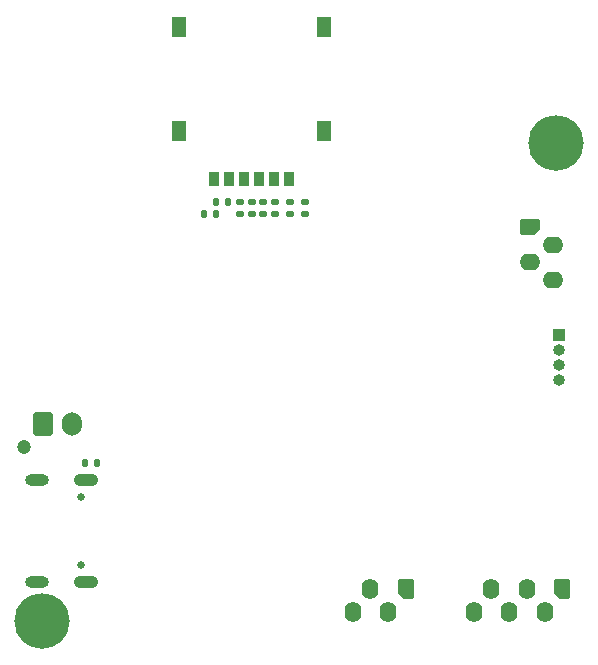
<source format=gbr>
%TF.GenerationSoftware,KiCad,Pcbnew,6.0.11+dfsg-1*%
%TF.CreationDate,2023-11-18T19:22:11+05:30*%
%TF.ProjectId,c3rl-at-cr-beta-2,6333726c-2d61-4742-9d63-722d62657461,rev?*%
%TF.SameCoordinates,Original*%
%TF.FileFunction,Soldermask,Bot*%
%TF.FilePolarity,Negative*%
%FSLAX46Y46*%
G04 Gerber Fmt 4.6, Leading zero omitted, Abs format (unit mm)*
G04 Created by KiCad (PCBNEW 6.0.11+dfsg-1) date 2023-11-18 19:22:11*
%MOMM*%
%LPD*%
G01*
G04 APERTURE LIST*
G04 Aperture macros list*
%AMRoundRect*
0 Rectangle with rounded corners*
0 $1 Rounding radius*
0 $2 $3 $4 $5 $6 $7 $8 $9 X,Y pos of 4 corners*
0 Add a 4 corners polygon primitive as box body*
4,1,4,$2,$3,$4,$5,$6,$7,$8,$9,$2,$3,0*
0 Add four circle primitives for the rounded corners*
1,1,$1+$1,$2,$3*
1,1,$1+$1,$4,$5*
1,1,$1+$1,$6,$7*
1,1,$1+$1,$8,$9*
0 Add four rect primitives between the rounded corners*
20,1,$1+$1,$2,$3,$4,$5,0*
20,1,$1+$1,$4,$5,$6,$7,0*
20,1,$1+$1,$6,$7,$8,$9,0*
20,1,$1+$1,$8,$9,$2,$3,0*%
%AMFreePoly0*
4,1,22,0.145671,0.855970,0.226777,0.801777,0.626777,0.401777,0.680970,0.320671,0.700000,0.225000,0.700000,-0.625000,0.680970,-0.720671,0.626777,-0.801777,0.545671,-0.855970,0.450000,-0.875000,-0.450000,-0.875000,-0.545671,-0.855970,-0.626777,-0.801777,-0.680970,-0.720671,-0.700000,-0.625000,-0.700000,0.625000,-0.680970,0.720671,-0.626777,0.801777,-0.545671,0.855970,-0.450000,0.875000,
0.050000,0.875000,0.145671,0.855970,0.145671,0.855970,$1*%
G04 Aperture macros list end*
%ADD10FreePoly0,270.000000*%
%ADD11O,1.750000X1.400000*%
%ADD12C,4.700000*%
%ADD13FreePoly0,180.000000*%
%ADD14O,1.400000X1.750000*%
%ADD15C,0.650000*%
%ADD16O,2.100000X1.050000*%
%ADD17O,2.000000X1.000000*%
%ADD18R,1.000000X1.000000*%
%ADD19O,1.000000X1.000000*%
%ADD20C,1.200000*%
%ADD21RoundRect,0.250000X-0.600000X-0.750000X0.600000X-0.750000X0.600000X0.750000X-0.600000X0.750000X0*%
%ADD22O,1.700000X2.000000*%
%ADD23RoundRect,0.140000X-0.140000X-0.170000X0.140000X-0.170000X0.140000X0.170000X-0.140000X0.170000X0*%
%ADD24RoundRect,0.140000X-0.170000X0.140000X-0.170000X-0.140000X0.170000X-0.140000X0.170000X0.140000X0*%
%ADD25RoundRect,0.140000X0.140000X0.170000X-0.140000X0.170000X-0.140000X-0.170000X0.140000X-0.170000X0*%
%ADD26RoundRect,0.135000X0.185000X-0.135000X0.185000X0.135000X-0.185000X0.135000X-0.185000X-0.135000X0*%
%ADD27R,0.900000X1.200000*%
%ADD28R,1.300000X1.800000*%
%ADD29RoundRect,0.135000X0.135000X0.185000X-0.135000X0.185000X-0.135000X-0.185000X0.135000X-0.185000X0*%
%ADD30RoundRect,0.135000X-0.185000X0.135000X-0.185000X-0.135000X0.185000X-0.135000X0.185000X0.135000X0*%
G04 APERTURE END LIST*
D10*
%TO.C,J5*%
X95550000Y-92100000D03*
D11*
X97550000Y-93600000D03*
X95550000Y-95100000D03*
X97550000Y-96600000D03*
%TD*%
D12*
%TO.C,REF\u002A\u002A*%
X54250000Y-125500000D03*
%TD*%
D13*
%TO.C,J10*%
X85050000Y-122725000D03*
D14*
X83550000Y-124725000D03*
X82050000Y-122725000D03*
X80550000Y-124725000D03*
%TD*%
D12*
%TO.C,REF\u002A\u002A*%
X97750000Y-85000000D03*
%TD*%
D15*
%TO.C,J1*%
X57515000Y-114947500D03*
X57515000Y-120727500D03*
D16*
X58015000Y-113517500D03*
D17*
X53835000Y-113517500D03*
X53835000Y-122157500D03*
D16*
X58015000Y-122157500D03*
%TD*%
D13*
%TO.C,J9*%
X98300000Y-122725000D03*
D14*
X96800000Y-124725000D03*
X95300000Y-122725000D03*
X93800000Y-124725000D03*
X92300000Y-122725000D03*
X90800000Y-124725000D03*
%TD*%
D18*
%TO.C,J11*%
X98000000Y-101250000D03*
D19*
X98000000Y-102520000D03*
X98000000Y-103790000D03*
X98000000Y-105060000D03*
%TD*%
D20*
%TO.C,J12*%
X52700000Y-110750000D03*
D21*
X54300000Y-108750000D03*
D22*
X56800000Y-108750000D03*
%TD*%
D23*
%TO.C,C41*%
X69020000Y-90000000D03*
X69980000Y-90000000D03*
%TD*%
D24*
%TO.C,C40*%
X75250000Y-90020000D03*
X75250000Y-90980000D03*
%TD*%
D25*
%TO.C,C36*%
X68960000Y-91000000D03*
X68000000Y-91000000D03*
%TD*%
D26*
%TO.C,R59*%
X72000000Y-91010000D03*
X72000000Y-89990000D03*
%TD*%
D24*
%TO.C,C37*%
X71000000Y-90020000D03*
X71000000Y-90980000D03*
%TD*%
D27*
%TO.C,J7*%
X68825000Y-88050000D03*
X71365000Y-88050000D03*
X73905000Y-88050000D03*
X70095000Y-88050000D03*
X72635000Y-88050000D03*
X75175000Y-88050000D03*
D28*
X65850000Y-83950000D03*
X78150000Y-83950000D03*
X78150000Y-75150000D03*
X65850000Y-75150000D03*
%TD*%
D26*
%TO.C,R58*%
X74000000Y-91010000D03*
X74000000Y-89990000D03*
%TD*%
D24*
%TO.C,C39*%
X73000000Y-90020000D03*
X73000000Y-90980000D03*
%TD*%
D29*
%TO.C,R40*%
X58910000Y-112100000D03*
X57890000Y-112100000D03*
%TD*%
D30*
%TO.C,R53*%
X76500000Y-89990000D03*
X76500000Y-91010000D03*
%TD*%
M02*

</source>
